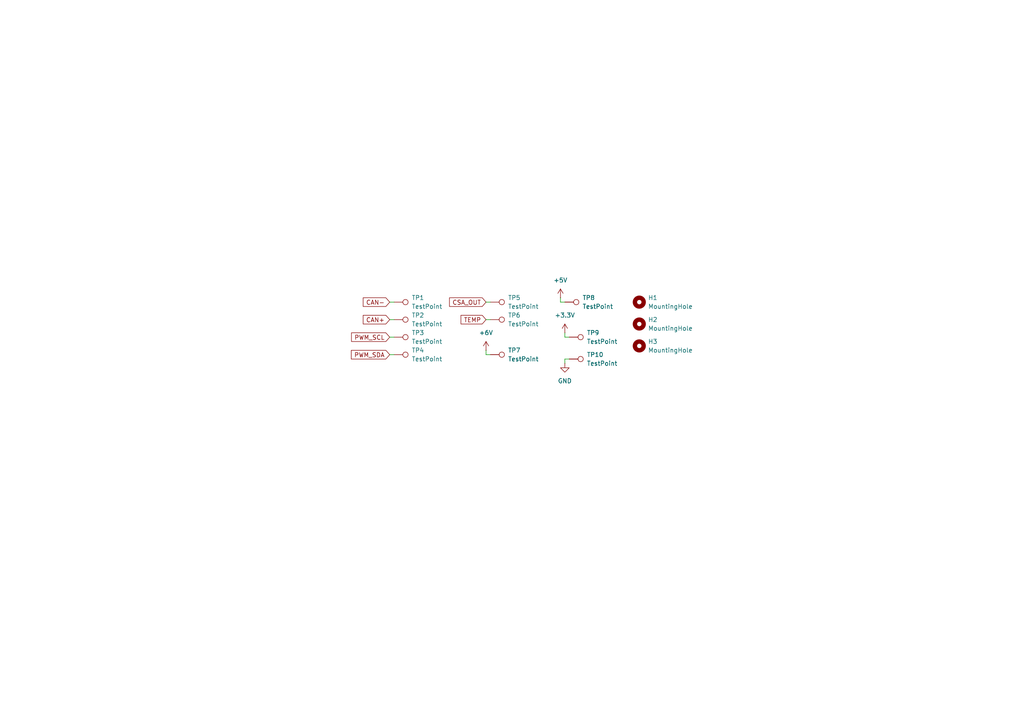
<source format=kicad_sch>
(kicad_sch
	(version 20231120)
	(generator "eeschema")
	(generator_version "8.0")
	(uuid "a8701e82-d9f0-4daf-bcfa-1a1788b36b01")
	(paper "A4")
	(lib_symbols
		(symbol "Connector:TestPoint"
			(pin_numbers hide)
			(pin_names
				(offset 0.762) hide)
			(exclude_from_sim no)
			(in_bom yes)
			(on_board yes)
			(property "Reference" "TP"
				(at 0 6.858 0)
				(effects
					(font
						(size 1.27 1.27)
					)
				)
			)
			(property "Value" "TestPoint"
				(at 0 5.08 0)
				(effects
					(font
						(size 1.27 1.27)
					)
				)
			)
			(property "Footprint" ""
				(at 5.08 0 0)
				(effects
					(font
						(size 1.27 1.27)
					)
					(hide yes)
				)
			)
			(property "Datasheet" "~"
				(at 5.08 0 0)
				(effects
					(font
						(size 1.27 1.27)
					)
					(hide yes)
				)
			)
			(property "Description" "test point"
				(at 0 0 0)
				(effects
					(font
						(size 1.27 1.27)
					)
					(hide yes)
				)
			)
			(property "ki_keywords" "test point tp"
				(at 0 0 0)
				(effects
					(font
						(size 1.27 1.27)
					)
					(hide yes)
				)
			)
			(property "ki_fp_filters" "Pin* Test*"
				(at 0 0 0)
				(effects
					(font
						(size 1.27 1.27)
					)
					(hide yes)
				)
			)
			(symbol "TestPoint_0_1"
				(circle
					(center 0 3.302)
					(radius 0.762)
					(stroke
						(width 0)
						(type default)
					)
					(fill
						(type none)
					)
				)
			)
			(symbol "TestPoint_1_1"
				(pin passive line
					(at 0 0 90)
					(length 2.54)
					(name "1"
						(effects
							(font
								(size 1.27 1.27)
							)
						)
					)
					(number "1"
						(effects
							(font
								(size 1.27 1.27)
							)
						)
					)
				)
			)
		)
		(symbol "Mechanical:MountingHole"
			(pin_names
				(offset 1.016)
			)
			(exclude_from_sim yes)
			(in_bom no)
			(on_board yes)
			(property "Reference" "H"
				(at 0 5.08 0)
				(effects
					(font
						(size 1.27 1.27)
					)
				)
			)
			(property "Value" "MountingHole"
				(at 0 3.175 0)
				(effects
					(font
						(size 1.27 1.27)
					)
				)
			)
			(property "Footprint" ""
				(at 0 0 0)
				(effects
					(font
						(size 1.27 1.27)
					)
					(hide yes)
				)
			)
			(property "Datasheet" "~"
				(at 0 0 0)
				(effects
					(font
						(size 1.27 1.27)
					)
					(hide yes)
				)
			)
			(property "Description" "Mounting Hole without connection"
				(at 0 0 0)
				(effects
					(font
						(size 1.27 1.27)
					)
					(hide yes)
				)
			)
			(property "ki_keywords" "mounting hole"
				(at 0 0 0)
				(effects
					(font
						(size 1.27 1.27)
					)
					(hide yes)
				)
			)
			(property "ki_fp_filters" "MountingHole*"
				(at 0 0 0)
				(effects
					(font
						(size 1.27 1.27)
					)
					(hide yes)
				)
			)
			(symbol "MountingHole_0_1"
				(circle
					(center 0 0)
					(radius 1.27)
					(stroke
						(width 1.27)
						(type default)
					)
					(fill
						(type none)
					)
				)
			)
		)
		(symbol "power:+3.3V"
			(power)
			(pin_numbers hide)
			(pin_names
				(offset 0) hide)
			(exclude_from_sim no)
			(in_bom yes)
			(on_board yes)
			(property "Reference" "#PWR"
				(at 0 -3.81 0)
				(effects
					(font
						(size 1.27 1.27)
					)
					(hide yes)
				)
			)
			(property "Value" "+3.3V"
				(at 0 3.556 0)
				(effects
					(font
						(size 1.27 1.27)
					)
				)
			)
			(property "Footprint" ""
				(at 0 0 0)
				(effects
					(font
						(size 1.27 1.27)
					)
					(hide yes)
				)
			)
			(property "Datasheet" ""
				(at 0 0 0)
				(effects
					(font
						(size 1.27 1.27)
					)
					(hide yes)
				)
			)
			(property "Description" "Power symbol creates a global label with name \"+3.3V\""
				(at 0 0 0)
				(effects
					(font
						(size 1.27 1.27)
					)
					(hide yes)
				)
			)
			(property "ki_keywords" "global power"
				(at 0 0 0)
				(effects
					(font
						(size 1.27 1.27)
					)
					(hide yes)
				)
			)
			(symbol "+3.3V_0_1"
				(polyline
					(pts
						(xy -0.762 1.27) (xy 0 2.54)
					)
					(stroke
						(width 0)
						(type default)
					)
					(fill
						(type none)
					)
				)
				(polyline
					(pts
						(xy 0 0) (xy 0 2.54)
					)
					(stroke
						(width 0)
						(type default)
					)
					(fill
						(type none)
					)
				)
				(polyline
					(pts
						(xy 0 2.54) (xy 0.762 1.27)
					)
					(stroke
						(width 0)
						(type default)
					)
					(fill
						(type none)
					)
				)
			)
			(symbol "+3.3V_1_1"
				(pin power_in line
					(at 0 0 90)
					(length 0)
					(name "~"
						(effects
							(font
								(size 1.27 1.27)
							)
						)
					)
					(number "1"
						(effects
							(font
								(size 1.27 1.27)
							)
						)
					)
				)
			)
		)
		(symbol "power:+5V"
			(power)
			(pin_numbers hide)
			(pin_names
				(offset 0) hide)
			(exclude_from_sim no)
			(in_bom yes)
			(on_board yes)
			(property "Reference" "#PWR"
				(at 0 -3.81 0)
				(effects
					(font
						(size 1.27 1.27)
					)
					(hide yes)
				)
			)
			(property "Value" "+5V"
				(at 0 3.556 0)
				(effects
					(font
						(size 1.27 1.27)
					)
				)
			)
			(property "Footprint" ""
				(at 0 0 0)
				(effects
					(font
						(size 1.27 1.27)
					)
					(hide yes)
				)
			)
			(property "Datasheet" ""
				(at 0 0 0)
				(effects
					(font
						(size 1.27 1.27)
					)
					(hide yes)
				)
			)
			(property "Description" "Power symbol creates a global label with name \"+5V\""
				(at 0 0 0)
				(effects
					(font
						(size 1.27 1.27)
					)
					(hide yes)
				)
			)
			(property "ki_keywords" "global power"
				(at 0 0 0)
				(effects
					(font
						(size 1.27 1.27)
					)
					(hide yes)
				)
			)
			(symbol "+5V_0_1"
				(polyline
					(pts
						(xy -0.762 1.27) (xy 0 2.54)
					)
					(stroke
						(width 0)
						(type default)
					)
					(fill
						(type none)
					)
				)
				(polyline
					(pts
						(xy 0 0) (xy 0 2.54)
					)
					(stroke
						(width 0)
						(type default)
					)
					(fill
						(type none)
					)
				)
				(polyline
					(pts
						(xy 0 2.54) (xy 0.762 1.27)
					)
					(stroke
						(width 0)
						(type default)
					)
					(fill
						(type none)
					)
				)
			)
			(symbol "+5V_1_1"
				(pin power_in line
					(at 0 0 90)
					(length 0)
					(name "~"
						(effects
							(font
								(size 1.27 1.27)
							)
						)
					)
					(number "1"
						(effects
							(font
								(size 1.27 1.27)
							)
						)
					)
				)
			)
		)
		(symbol "power:+6V"
			(power)
			(pin_numbers hide)
			(pin_names
				(offset 0) hide)
			(exclude_from_sim no)
			(in_bom yes)
			(on_board yes)
			(property "Reference" "#PWR"
				(at 0 -3.81 0)
				(effects
					(font
						(size 1.27 1.27)
					)
					(hide yes)
				)
			)
			(property "Value" "+6V"
				(at 0 3.556 0)
				(effects
					(font
						(size 1.27 1.27)
					)
				)
			)
			(property "Footprint" ""
				(at 0 0 0)
				(effects
					(font
						(size 1.27 1.27)
					)
					(hide yes)
				)
			)
			(property "Datasheet" ""
				(at 0 0 0)
				(effects
					(font
						(size 1.27 1.27)
					)
					(hide yes)
				)
			)
			(property "Description" "Power symbol creates a global label with name \"+6V\""
				(at 0 0 0)
				(effects
					(font
						(size 1.27 1.27)
					)
					(hide yes)
				)
			)
			(property "ki_keywords" "global power"
				(at 0 0 0)
				(effects
					(font
						(size 1.27 1.27)
					)
					(hide yes)
				)
			)
			(symbol "+6V_0_1"
				(polyline
					(pts
						(xy -0.762 1.27) (xy 0 2.54)
					)
					(stroke
						(width 0)
						(type default)
					)
					(fill
						(type none)
					)
				)
				(polyline
					(pts
						(xy 0 0) (xy 0 2.54)
					)
					(stroke
						(width 0)
						(type default)
					)
					(fill
						(type none)
					)
				)
				(polyline
					(pts
						(xy 0 2.54) (xy 0.762 1.27)
					)
					(stroke
						(width 0)
						(type default)
					)
					(fill
						(type none)
					)
				)
			)
			(symbol "+6V_1_1"
				(pin power_in line
					(at 0 0 90)
					(length 0)
					(name "~"
						(effects
							(font
								(size 1.27 1.27)
							)
						)
					)
					(number "1"
						(effects
							(font
								(size 1.27 1.27)
							)
						)
					)
				)
			)
		)
		(symbol "power:GND"
			(power)
			(pin_numbers hide)
			(pin_names
				(offset 0) hide)
			(exclude_from_sim no)
			(in_bom yes)
			(on_board yes)
			(property "Reference" "#PWR"
				(at 0 -6.35 0)
				(effects
					(font
						(size 1.27 1.27)
					)
					(hide yes)
				)
			)
			(property "Value" "GND"
				(at 0 -3.81 0)
				(effects
					(font
						(size 1.27 1.27)
					)
				)
			)
			(property "Footprint" ""
				(at 0 0 0)
				(effects
					(font
						(size 1.27 1.27)
					)
					(hide yes)
				)
			)
			(property "Datasheet" ""
				(at 0 0 0)
				(effects
					(font
						(size 1.27 1.27)
					)
					(hide yes)
				)
			)
			(property "Description" "Power symbol creates a global label with name \"GND\" , ground"
				(at 0 0 0)
				(effects
					(font
						(size 1.27 1.27)
					)
					(hide yes)
				)
			)
			(property "ki_keywords" "global power"
				(at 0 0 0)
				(effects
					(font
						(size 1.27 1.27)
					)
					(hide yes)
				)
			)
			(symbol "GND_0_1"
				(polyline
					(pts
						(xy 0 0) (xy 0 -1.27) (xy 1.27 -1.27) (xy 0 -2.54) (xy -1.27 -1.27) (xy 0 -1.27)
					)
					(stroke
						(width 0)
						(type default)
					)
					(fill
						(type none)
					)
				)
			)
			(symbol "GND_1_1"
				(pin power_in line
					(at 0 0 270)
					(length 0)
					(name "~"
						(effects
							(font
								(size 1.27 1.27)
							)
						)
					)
					(number "1"
						(effects
							(font
								(size 1.27 1.27)
							)
						)
					)
				)
			)
		)
	)
	(wire
		(pts
			(xy 163.83 97.79) (xy 165.1 97.79)
		)
		(stroke
			(width 0)
			(type default)
		)
		(uuid "091dd04c-60ab-4859-9f02-16945fc1305f")
	)
	(wire
		(pts
			(xy 163.83 104.14) (xy 163.83 105.41)
		)
		(stroke
			(width 0)
			(type default)
		)
		(uuid "1089bf51-ab61-472e-a93d-08cf8dd5982f")
	)
	(wire
		(pts
			(xy 140.97 102.87) (xy 140.97 101.6)
		)
		(stroke
			(width 0)
			(type default)
		)
		(uuid "1902e130-56d7-4934-8842-74398076aba8")
	)
	(wire
		(pts
			(xy 162.56 87.63) (xy 163.83 87.63)
		)
		(stroke
			(width 0)
			(type default)
		)
		(uuid "191b700a-4d31-4c7a-b310-8e2d178bb0a1")
	)
	(wire
		(pts
			(xy 142.24 102.87) (xy 140.97 102.87)
		)
		(stroke
			(width 0)
			(type default)
		)
		(uuid "238b6638-5a8c-48e9-8266-5c5e3c38026d")
	)
	(wire
		(pts
			(xy 113.03 87.63) (xy 114.3 87.63)
		)
		(stroke
			(width 0)
			(type default)
		)
		(uuid "3e234c7c-e13a-4560-a436-3f81c9382353")
	)
	(wire
		(pts
			(xy 140.97 92.71) (xy 142.24 92.71)
		)
		(stroke
			(width 0)
			(type default)
		)
		(uuid "46656d80-6025-4359-9086-8801eb635fc3")
	)
	(wire
		(pts
			(xy 163.83 104.14) (xy 165.1 104.14)
		)
		(stroke
			(width 0)
			(type default)
		)
		(uuid "6aae9d9f-e788-4c6e-a46f-4a910b029103")
	)
	(wire
		(pts
			(xy 140.97 87.63) (xy 142.24 87.63)
		)
		(stroke
			(width 0)
			(type default)
		)
		(uuid "70168d65-7682-4ccf-aacc-89451f2d92ad")
	)
	(wire
		(pts
			(xy 113.03 97.79) (xy 114.3 97.79)
		)
		(stroke
			(width 0)
			(type default)
		)
		(uuid "845c2f1e-2a67-495a-8c89-296db109e48a")
	)
	(wire
		(pts
			(xy 113.03 92.71) (xy 114.3 92.71)
		)
		(stroke
			(width 0)
			(type default)
		)
		(uuid "a34c324f-0a74-42d6-b1a6-4f5d4127d926")
	)
	(wire
		(pts
			(xy 162.56 86.36) (xy 162.56 87.63)
		)
		(stroke
			(width 0)
			(type default)
		)
		(uuid "da00e078-af86-4e31-8283-165cb1fb0b33")
	)
	(wire
		(pts
			(xy 163.83 96.52) (xy 163.83 97.79)
		)
		(stroke
			(width 0)
			(type default)
		)
		(uuid "f795785f-616b-4a98-a8df-08f8f086ead7")
	)
	(wire
		(pts
			(xy 113.03 102.87) (xy 114.3 102.87)
		)
		(stroke
			(width 0)
			(type default)
		)
		(uuid "f9ffd986-d514-4db6-891c-2c7418a0ee85")
	)
	(global_label "TEMP"
		(shape input)
		(at 140.97 92.71 180)
		(fields_autoplaced yes)
		(effects
			(font
				(size 1.27 1.27)
			)
			(justify right)
		)
		(uuid "004adaac-be7c-4b7d-9866-c81cc61dfbd7")
		(property "Intersheetrefs" "${INTERSHEET_REFS}"
			(at 133.1468 92.71 0)
			(effects
				(font
					(size 1.27 1.27)
				)
				(justify right)
				(hide yes)
			)
		)
	)
	(global_label "CAN+"
		(shape input)
		(at 113.03 92.71 180)
		(fields_autoplaced yes)
		(effects
			(font
				(size 1.27 1.27)
			)
			(justify right)
		)
		(uuid "597061a5-abdf-4a80-92f6-0dac66c9d7ec")
		(property "Intersheetrefs" "${INTERSHEET_REFS}"
			(at 104.7833 92.71 0)
			(effects
				(font
					(size 1.27 1.27)
				)
				(justify right)
				(hide yes)
			)
		)
	)
	(global_label "CAN-"
		(shape input)
		(at 113.03 87.63 180)
		(fields_autoplaced yes)
		(effects
			(font
				(size 1.27 1.27)
			)
			(justify right)
		)
		(uuid "6865b271-3111-460b-a47f-75f22028f245")
		(property "Intersheetrefs" "${INTERSHEET_REFS}"
			(at 104.7833 87.63 0)
			(effects
				(font
					(size 1.27 1.27)
				)
				(justify right)
				(hide yes)
			)
		)
	)
	(global_label "CSA_OUT"
		(shape input)
		(at 140.97 87.63 180)
		(fields_autoplaced yes)
		(effects
			(font
				(size 1.27 1.27)
			)
			(justify right)
		)
		(uuid "7b016500-46e8-47c7-92bd-35eed5701435")
		(property "Intersheetrefs" "${INTERSHEET_REFS}"
			(at 129.8205 87.63 0)
			(effects
				(font
					(size 1.27 1.27)
				)
				(justify right)
				(hide yes)
			)
		)
	)
	(global_label "PWM_SCL"
		(shape input)
		(at 113.03 97.79 180)
		(fields_autoplaced yes)
		(effects
			(font
				(size 1.27 1.27)
			)
			(justify right)
		)
		(uuid "cc3cfe5c-1288-450e-af89-922993c74e35")
		(property "Intersheetrefs" "${INTERSHEET_REFS}"
			(at 101.3968 97.79 0)
			(effects
				(font
					(size 1.27 1.27)
				)
				(justify right)
				(hide yes)
			)
		)
	)
	(global_label "PWM_SDA"
		(shape input)
		(at 113.03 102.87 180)
		(fields_autoplaced yes)
		(effects
			(font
				(size 1.27 1.27)
			)
			(justify right)
		)
		(uuid "fa5ed6f8-ba0e-41ee-a734-9d6d79a5b701")
		(property "Intersheetrefs" "${INTERSHEET_REFS}"
			(at 101.3363 102.87 0)
			(effects
				(font
					(size 1.27 1.27)
				)
				(justify right)
				(hide yes)
			)
		)
	)
	(symbol
		(lib_id "Mechanical:MountingHole")
		(at 185.42 93.98 0)
		(unit 1)
		(exclude_from_sim yes)
		(in_bom no)
		(on_board yes)
		(dnp no)
		(fields_autoplaced yes)
		(uuid "478fede6-773e-44db-93e6-fd9e02221d89")
		(property "Reference" "H2"
			(at 187.96 92.7099 0)
			(effects
				(font
					(size 1.27 1.27)
				)
				(justify left)
			)
		)
		(property "Value" "MountingHole"
			(at 187.96 95.2499 0)
			(effects
				(font
					(size 1.27 1.27)
				)
				(justify left)
			)
		)
		(property "Footprint" "MountingHole:MountingHole_2.7mm_M2.5"
			(at 185.42 93.98 0)
			(effects
				(font
					(size 1.27 1.27)
				)
				(hide yes)
			)
		)
		(property "Datasheet" "~"
			(at 185.42 93.98 0)
			(effects
				(font
					(size 1.27 1.27)
				)
				(hide yes)
			)
		)
		(property "Description" "Mounting Hole without connection"
			(at 185.42 93.98 0)
			(effects
				(font
					(size 1.27 1.27)
				)
				(hide yes)
			)
		)
		(instances
			(project "V1.03"
				(path "/e8380e09-dbfb-452d-aae9-f4ebc3c118cf/247d9d0a-07f9-4015-bbd1-0ac4e9a70cc5"
					(reference "H2")
					(unit 1)
				)
			)
		)
	)
	(symbol
		(lib_id "Connector:TestPoint")
		(at 163.83 87.63 270)
		(unit 1)
		(exclude_from_sim no)
		(in_bom yes)
		(on_board yes)
		(dnp no)
		(fields_autoplaced yes)
		(uuid "49cac4ee-9e86-4439-972c-4db5f85d27e0")
		(property "Reference" "TP8"
			(at 168.91 86.3599 90)
			(effects
				(font
					(size 1.27 1.27)
				)
				(justify left)
			)
		)
		(property "Value" "TestPoint"
			(at 168.91 88.8999 90)
			(effects
				(font
					(size 1.27 1.27)
				)
				(justify left)
			)
		)
		(property "Footprint" "TestPoint:TestPoint_Pad_D1.0mm"
			(at 163.83 92.71 0)
			(effects
				(font
					(size 1.27 1.27)
				)
				(hide yes)
			)
		)
		(property "Datasheet" "~"
			(at 163.83 92.71 0)
			(effects
				(font
					(size 1.27 1.27)
				)
				(hide yes)
			)
		)
		(property "Description" "test point"
			(at 163.83 87.63 0)
			(effects
				(font
					(size 1.27 1.27)
				)
				(hide yes)
			)
		)
		(pin "1"
			(uuid "08acd8d9-b12f-42a3-9545-36ea92fe9d89")
		)
		(instances
			(project "V1.03"
				(path "/e8380e09-dbfb-452d-aae9-f4ebc3c118cf/247d9d0a-07f9-4015-bbd1-0ac4e9a70cc5"
					(reference "TP8")
					(unit 1)
				)
			)
		)
	)
	(symbol
		(lib_id "Connector:TestPoint")
		(at 165.1 97.79 270)
		(unit 1)
		(exclude_from_sim no)
		(in_bom yes)
		(on_board yes)
		(dnp no)
		(fields_autoplaced yes)
		(uuid "4b650be0-4ddc-4f64-ba80-9ae654413cd6")
		(property "Reference" "TP9"
			(at 170.18 96.5199 90)
			(effects
				(font
					(size 1.27 1.27)
				)
				(justify left)
			)
		)
		(property "Value" "TestPoint"
			(at 170.18 99.0599 90)
			(effects
				(font
					(size 1.27 1.27)
				)
				(justify left)
			)
		)
		(property "Footprint" "TestPoint:TestPoint_Pad_D1.0mm"
			(at 165.1 102.87 0)
			(effects
				(font
					(size 1.27 1.27)
				)
				(hide yes)
			)
		)
		(property "Datasheet" "~"
			(at 165.1 102.87 0)
			(effects
				(font
					(size 1.27 1.27)
				)
				(hide yes)
			)
		)
		(property "Description" "test point"
			(at 165.1 97.79 0)
			(effects
				(font
					(size 1.27 1.27)
				)
				(hide yes)
			)
		)
		(pin "1"
			(uuid "5bc8b021-747e-49ee-9b91-7477a19cab09")
		)
		(instances
			(project "V1.03"
				(path "/e8380e09-dbfb-452d-aae9-f4ebc3c118cf/247d9d0a-07f9-4015-bbd1-0ac4e9a70cc5"
					(reference "TP9")
					(unit 1)
				)
			)
		)
	)
	(symbol
		(lib_id "Mechanical:MountingHole")
		(at 185.42 87.63 0)
		(unit 1)
		(exclude_from_sim yes)
		(in_bom no)
		(on_board yes)
		(dnp no)
		(fields_autoplaced yes)
		(uuid "6663fbbe-158e-4d63-92fa-e4cb7a67ff3e")
		(property "Reference" "H1"
			(at 187.96 86.3599 0)
			(effects
				(font
					(size 1.27 1.27)
				)
				(justify left)
			)
		)
		(property "Value" "MountingHole"
			(at 187.96 88.8999 0)
			(effects
				(font
					(size 1.27 1.27)
				)
				(justify left)
			)
		)
		(property "Footprint" "MountingHole:MountingHole_2.7mm_M2.5"
			(at 185.42 87.63 0)
			(effects
				(font
					(size 1.27 1.27)
				)
				(hide yes)
			)
		)
		(property "Datasheet" "~"
			(at 185.42 87.63 0)
			(effects
				(font
					(size 1.27 1.27)
				)
				(hide yes)
			)
		)
		(property "Description" "Mounting Hole without connection"
			(at 185.42 87.63 0)
			(effects
				(font
					(size 1.27 1.27)
				)
				(hide yes)
			)
		)
		(instances
			(project ""
				(path "/e8380e09-dbfb-452d-aae9-f4ebc3c118cf/247d9d0a-07f9-4015-bbd1-0ac4e9a70cc5"
					(reference "H1")
					(unit 1)
				)
			)
		)
	)
	(symbol
		(lib_id "Connector:TestPoint")
		(at 142.24 92.71 270)
		(unit 1)
		(exclude_from_sim no)
		(in_bom yes)
		(on_board yes)
		(dnp no)
		(fields_autoplaced yes)
		(uuid "74fcf081-2470-4e47-aad0-81d233a52e21")
		(property "Reference" "TP6"
			(at 147.32 91.4399 90)
			(effects
				(font
					(size 1.27 1.27)
				)
				(justify left)
			)
		)
		(property "Value" "TestPoint"
			(at 147.32 93.9799 90)
			(effects
				(font
					(size 1.27 1.27)
				)
				(justify left)
			)
		)
		(property "Footprint" "TestPoint:TestPoint_Pad_D1.0mm"
			(at 142.24 97.79 0)
			(effects
				(font
					(size 1.27 1.27)
				)
				(hide yes)
			)
		)
		(property "Datasheet" "~"
			(at 142.24 97.79 0)
			(effects
				(font
					(size 1.27 1.27)
				)
				(hide yes)
			)
		)
		(property "Description" "test point"
			(at 142.24 92.71 0)
			(effects
				(font
					(size 1.27 1.27)
				)
				(hide yes)
			)
		)
		(pin "1"
			(uuid "f6866749-61db-4915-8b19-24f402f9e0ca")
		)
		(instances
			(project "V1.03"
				(path "/e8380e09-dbfb-452d-aae9-f4ebc3c118cf/247d9d0a-07f9-4015-bbd1-0ac4e9a70cc5"
					(reference "TP6")
					(unit 1)
				)
			)
		)
	)
	(symbol
		(lib_id "Connector:TestPoint")
		(at 114.3 97.79 270)
		(unit 1)
		(exclude_from_sim no)
		(in_bom yes)
		(on_board yes)
		(dnp no)
		(fields_autoplaced yes)
		(uuid "751fee85-c6f3-4546-a671-da94c5b89ed6")
		(property "Reference" "TP3"
			(at 119.38 96.5199 90)
			(effects
				(font
					(size 1.27 1.27)
				)
				(justify left)
			)
		)
		(property "Value" "TestPoint"
			(at 119.38 99.0599 90)
			(effects
				(font
					(size 1.27 1.27)
				)
				(justify left)
			)
		)
		(property "Footprint" "TestPoint:TestPoint_Pad_D1.0mm"
			(at 114.3 102.87 0)
			(effects
				(font
					(size 1.27 1.27)
				)
				(hide yes)
			)
		)
		(property "Datasheet" "~"
			(at 114.3 102.87 0)
			(effects
				(font
					(size 1.27 1.27)
				)
				(hide yes)
			)
		)
		(property "Description" "test point"
			(at 114.3 97.79 0)
			(effects
				(font
					(size 1.27 1.27)
				)
				(hide yes)
			)
		)
		(pin "1"
			(uuid "c3bf86e0-7a38-4d68-8224-8146f2b00d13")
		)
		(instances
			(project "V1.03"
				(path "/e8380e09-dbfb-452d-aae9-f4ebc3c118cf/247d9d0a-07f9-4015-bbd1-0ac4e9a70cc5"
					(reference "TP3")
					(unit 1)
				)
			)
		)
	)
	(symbol
		(lib_id "power:+6V")
		(at 140.97 101.6 0)
		(unit 1)
		(exclude_from_sim no)
		(in_bom yes)
		(on_board yes)
		(dnp no)
		(fields_autoplaced yes)
		(uuid "75508e14-4fae-4f6a-b58b-d5584dac69f5")
		(property "Reference" "#PWR084"
			(at 140.97 105.41 0)
			(effects
				(font
					(size 1.27 1.27)
				)
				(hide yes)
			)
		)
		(property "Value" "+6V"
			(at 140.97 96.52 0)
			(effects
				(font
					(size 1.27 1.27)
				)
			)
		)
		(property "Footprint" ""
			(at 140.97 101.6 0)
			(effects
				(font
					(size 1.27 1.27)
				)
				(hide yes)
			)
		)
		(property "Datasheet" ""
			(at 140.97 101.6 0)
			(effects
				(font
					(size 1.27 1.27)
				)
				(hide yes)
			)
		)
		(property "Description" "Power symbol creates a global label with name \"+6V\""
			(at 140.97 101.6 0)
			(effects
				(font
					(size 1.27 1.27)
				)
				(hide yes)
			)
		)
		(pin "1"
			(uuid "23b8fc38-d6bc-42a1-a72f-55615fd6e807")
		)
		(instances
			(project "V1.03"
				(path "/e8380e09-dbfb-452d-aae9-f4ebc3c118cf/247d9d0a-07f9-4015-bbd1-0ac4e9a70cc5"
					(reference "#PWR084")
					(unit 1)
				)
			)
		)
	)
	(symbol
		(lib_id "Mechanical:MountingHole")
		(at 185.42 100.33 0)
		(unit 1)
		(exclude_from_sim yes)
		(in_bom no)
		(on_board yes)
		(dnp no)
		(fields_autoplaced yes)
		(uuid "868dafb0-d4a8-4ff0-a611-5c84c9882e3e")
		(property "Reference" "H3"
			(at 187.96 99.0599 0)
			(effects
				(font
					(size 1.27 1.27)
				)
				(justify left)
			)
		)
		(property "Value" "MountingHole"
			(at 187.96 101.5999 0)
			(effects
				(font
					(size 1.27 1.27)
				)
				(justify left)
			)
		)
		(property "Footprint" "MountingHole:MountingHole_2.7mm_M2.5"
			(at 185.42 100.33 0)
			(effects
				(font
					(size 1.27 1.27)
				)
				(hide yes)
			)
		)
		(property "Datasheet" "~"
			(at 185.42 100.33 0)
			(effects
				(font
					(size 1.27 1.27)
				)
				(hide yes)
			)
		)
		(property "Description" "Mounting Hole without connection"
			(at 185.42 100.33 0)
			(effects
				(font
					(size 1.27 1.27)
				)
				(hide yes)
			)
		)
		(instances
			(project "V1.03"
				(path "/e8380e09-dbfb-452d-aae9-f4ebc3c118cf/247d9d0a-07f9-4015-bbd1-0ac4e9a70cc5"
					(reference "H3")
					(unit 1)
				)
			)
		)
	)
	(symbol
		(lib_id "Connector:TestPoint")
		(at 114.3 102.87 270)
		(unit 1)
		(exclude_from_sim no)
		(in_bom yes)
		(on_board yes)
		(dnp no)
		(fields_autoplaced yes)
		(uuid "88209287-d1e5-4b1b-8a00-05012c7d00fb")
		(property "Reference" "TP4"
			(at 119.38 101.5999 90)
			(effects
				(font
					(size 1.27 1.27)
				)
				(justify left)
			)
		)
		(property "Value" "TestPoint"
			(at 119.38 104.1399 90)
			(effects
				(font
					(size 1.27 1.27)
				)
				(justify left)
			)
		)
		(property "Footprint" "TestPoint:TestPoint_Pad_D1.0mm"
			(at 114.3 107.95 0)
			(effects
				(font
					(size 1.27 1.27)
				)
				(hide yes)
			)
		)
		(property "Datasheet" "~"
			(at 114.3 107.95 0)
			(effects
				(font
					(size 1.27 1.27)
				)
				(hide yes)
			)
		)
		(property "Description" "test point"
			(at 114.3 102.87 0)
			(effects
				(font
					(size 1.27 1.27)
				)
				(hide yes)
			)
		)
		(pin "1"
			(uuid "a436e784-1c07-496b-b0da-e4bd400f90c7")
		)
		(instances
			(project "V1.03"
				(path "/e8380e09-dbfb-452d-aae9-f4ebc3c118cf/247d9d0a-07f9-4015-bbd1-0ac4e9a70cc5"
					(reference "TP4")
					(unit 1)
				)
			)
		)
	)
	(symbol
		(lib_id "Connector:TestPoint")
		(at 114.3 87.63 270)
		(unit 1)
		(exclude_from_sim no)
		(in_bom yes)
		(on_board yes)
		(dnp no)
		(fields_autoplaced yes)
		(uuid "b2ac5108-09e6-4fa4-bad5-1a7baab7c4c5")
		(property "Reference" "TP1"
			(at 119.38 86.3599 90)
			(effects
				(font
					(size 1.27 1.27)
				)
				(justify left)
			)
		)
		(property "Value" "TestPoint"
			(at 119.38 88.8999 90)
			(effects
				(font
					(size 1.27 1.27)
				)
				(justify left)
			)
		)
		(property "Footprint" "TestPoint:TestPoint_Pad_D1.0mm"
			(at 114.3 92.71 0)
			(effects
				(font
					(size 1.27 1.27)
				)
				(hide yes)
			)
		)
		(property "Datasheet" "~"
			(at 114.3 92.71 0)
			(effects
				(font
					(size 1.27 1.27)
				)
				(hide yes)
			)
		)
		(property "Description" "test point"
			(at 114.3 87.63 0)
			(effects
				(font
					(size 1.27 1.27)
				)
				(hide yes)
			)
		)
		(pin "1"
			(uuid "c2ae9ea9-855d-4476-baaa-0f76f25db0c0")
		)
		(instances
			(project ""
				(path "/e8380e09-dbfb-452d-aae9-f4ebc3c118cf/247d9d0a-07f9-4015-bbd1-0ac4e9a70cc5"
					(reference "TP1")
					(unit 1)
				)
			)
		)
	)
	(symbol
		(lib_id "Connector:TestPoint")
		(at 114.3 92.71 270)
		(unit 1)
		(exclude_from_sim no)
		(in_bom yes)
		(on_board yes)
		(dnp no)
		(fields_autoplaced yes)
		(uuid "bd00c31a-a664-4e5d-93bd-4fec74c3cf27")
		(property "Reference" "TP2"
			(at 119.38 91.4399 90)
			(effects
				(font
					(size 1.27 1.27)
				)
				(justify left)
			)
		)
		(property "Value" "TestPoint"
			(at 119.38 93.9799 90)
			(effects
				(font
					(size 1.27 1.27)
				)
				(justify left)
			)
		)
		(property "Footprint" "TestPoint:TestPoint_Pad_D1.0mm"
			(at 114.3 97.79 0)
			(effects
				(font
					(size 1.27 1.27)
				)
				(hide yes)
			)
		)
		(property "Datasheet" "~"
			(at 114.3 97.79 0)
			(effects
				(font
					(size 1.27 1.27)
				)
				(hide yes)
			)
		)
		(property "Description" "test point"
			(at 114.3 92.71 0)
			(effects
				(font
					(size 1.27 1.27)
				)
				(hide yes)
			)
		)
		(pin "1"
			(uuid "cefbb841-7dad-4080-9cfc-5b42268830f4")
		)
		(instances
			(project "V1.03"
				(path "/e8380e09-dbfb-452d-aae9-f4ebc3c118cf/247d9d0a-07f9-4015-bbd1-0ac4e9a70cc5"
					(reference "TP2")
					(unit 1)
				)
			)
		)
	)
	(symbol
		(lib_id "Connector:TestPoint")
		(at 165.1 104.14 270)
		(unit 1)
		(exclude_from_sim no)
		(in_bom yes)
		(on_board yes)
		(dnp no)
		(fields_autoplaced yes)
		(uuid "c0191d75-04f6-4d52-abc4-e2a0b78a148f")
		(property "Reference" "TP10"
			(at 170.18 102.8699 90)
			(effects
				(font
					(size 1.27 1.27)
				)
				(justify left)
			)
		)
		(property "Value" "TestPoint"
			(at 170.18 105.4099 90)
			(effects
				(font
					(size 1.27 1.27)
				)
				(justify left)
			)
		)
		(property "Footprint" "TestPoint:TestPoint_Pad_D1.0mm"
			(at 165.1 109.22 0)
			(effects
				(font
					(size 1.27 1.27)
				)
				(hide yes)
			)
		)
		(property "Datasheet" "~"
			(at 165.1 109.22 0)
			(effects
				(font
					(size 1.27 1.27)
				)
				(hide yes)
			)
		)
		(property "Description" "test point"
			(at 165.1 104.14 0)
			(effects
				(font
					(size 1.27 1.27)
				)
				(hide yes)
			)
		)
		(pin "1"
			(uuid "2abb3306-7459-4d3d-86fc-b263dd3084a5")
		)
		(instances
			(project "V1.03"
				(path "/e8380e09-dbfb-452d-aae9-f4ebc3c118cf/247d9d0a-07f9-4015-bbd1-0ac4e9a70cc5"
					(reference "TP10")
					(unit 1)
				)
			)
		)
	)
	(symbol
		(lib_id "power:GND")
		(at 163.83 105.41 0)
		(unit 1)
		(exclude_from_sim no)
		(in_bom yes)
		(on_board yes)
		(dnp no)
		(fields_autoplaced yes)
		(uuid "c5f505b8-9a7f-4671-9369-e3c4ec0f8256")
		(property "Reference" "#PWR087"
			(at 163.83 111.76 0)
			(effects
				(font
					(size 1.27 1.27)
				)
				(hide yes)
			)
		)
		(property "Value" "GND"
			(at 163.83 110.49 0)
			(effects
				(font
					(size 1.27 1.27)
				)
			)
		)
		(property "Footprint" ""
			(at 163.83 105.41 0)
			(effects
				(font
					(size 1.27 1.27)
				)
				(hide yes)
			)
		)
		(property "Datasheet" ""
			(at 163.83 105.41 0)
			(effects
				(font
					(size 1.27 1.27)
				)
				(hide yes)
			)
		)
		(property "Description" "Power symbol creates a global label with name \"GND\" , ground"
			(at 163.83 105.41 0)
			(effects
				(font
					(size 1.27 1.27)
				)
				(hide yes)
			)
		)
		(pin "1"
			(uuid "38afd502-0254-4238-93b6-f4ab6c88e8ad")
		)
		(instances
			(project ""
				(path "/e8380e09-dbfb-452d-aae9-f4ebc3c118cf/247d9d0a-07f9-4015-bbd1-0ac4e9a70cc5"
					(reference "#PWR087")
					(unit 1)
				)
			)
		)
	)
	(symbol
		(lib_id "power:+5V")
		(at 162.56 86.36 0)
		(unit 1)
		(exclude_from_sim no)
		(in_bom yes)
		(on_board yes)
		(dnp no)
		(fields_autoplaced yes)
		(uuid "d1e9c75a-10d2-4bf9-bfec-52fbe467a7a7")
		(property "Reference" "#PWR085"
			(at 162.56 90.17 0)
			(effects
				(font
					(size 1.27 1.27)
				)
				(hide yes)
			)
		)
		(property "Value" "+5V"
			(at 162.56 81.28 0)
			(effects
				(font
					(size 1.27 1.27)
				)
			)
		)
		(property "Footprint" ""
			(at 162.56 86.36 0)
			(effects
				(font
					(size 1.27 1.27)
				)
				(hide yes)
			)
		)
		(property "Datasheet" ""
			(at 162.56 86.36 0)
			(effects
				(font
					(size 1.27 1.27)
				)
				(hide yes)
			)
		)
		(property "Description" "Power symbol creates a global label with name \"+5V\""
			(at 162.56 86.36 0)
			(effects
				(font
					(size 1.27 1.27)
				)
				(hide yes)
			)
		)
		(pin "1"
			(uuid "15bdaa71-904a-4c99-ac6a-9749bb56e59d")
		)
		(instances
			(project "V1.03"
				(path "/e8380e09-dbfb-452d-aae9-f4ebc3c118cf/247d9d0a-07f9-4015-bbd1-0ac4e9a70cc5"
					(reference "#PWR085")
					(unit 1)
				)
			)
		)
	)
	(symbol
		(lib_id "Connector:TestPoint")
		(at 142.24 87.63 270)
		(unit 1)
		(exclude_from_sim no)
		(in_bom yes)
		(on_board yes)
		(dnp no)
		(fields_autoplaced yes)
		(uuid "d8e6de9e-a9fc-4bfd-9ef2-7c47d59ff2d9")
		(property "Reference" "TP5"
			(at 147.32 86.3599 90)
			(effects
				(font
					(size 1.27 1.27)
				)
				(justify left)
			)
		)
		(property "Value" "TestPoint"
			(at 147.32 88.8999 90)
			(effects
				(font
					(size 1.27 1.27)
				)
				(justify left)
			)
		)
		(property "Footprint" "TestPoint:TestPoint_Pad_D1.0mm"
			(at 142.24 92.71 0)
			(effects
				(font
					(size 1.27 1.27)
				)
				(hide yes)
			)
		)
		(property "Datasheet" "~"
			(at 142.24 92.71 0)
			(effects
				(font
					(size 1.27 1.27)
				)
				(hide yes)
			)
		)
		(property "Description" "test point"
			(at 142.24 87.63 0)
			(effects
				(font
					(size 1.27 1.27)
				)
				(hide yes)
			)
		)
		(pin "1"
			(uuid "3832d71d-18a7-497a-97ed-82317555e9e7")
		)
		(instances
			(project "V1.03"
				(path "/e8380e09-dbfb-452d-aae9-f4ebc3c118cf/247d9d0a-07f9-4015-bbd1-0ac4e9a70cc5"
					(reference "TP5")
					(unit 1)
				)
			)
		)
	)
	(symbol
		(lib_id "Connector:TestPoint")
		(at 142.24 102.87 270)
		(unit 1)
		(exclude_from_sim no)
		(in_bom yes)
		(on_board yes)
		(dnp no)
		(fields_autoplaced yes)
		(uuid "dcf103ea-29c1-4310-8a2f-90dd11ad3d47")
		(property "Reference" "TP7"
			(at 147.32 101.5999 90)
			(effects
				(font
					(size 1.27 1.27)
				)
				(justify left)
			)
		)
		(property "Value" "TestPoint"
			(at 147.32 104.1399 90)
			(effects
				(font
					(size 1.27 1.27)
				)
				(justify left)
			)
		)
		(property "Footprint" "TestPoint:TestPoint_Pad_D1.0mm"
			(at 142.24 107.95 0)
			(effects
				(font
					(size 1.27 1.27)
				)
				(hide yes)
			)
		)
		(property "Datasheet" "~"
			(at 142.24 107.95 0)
			(effects
				(font
					(size 1.27 1.27)
				)
				(hide yes)
			)
		)
		(property "Description" "test point"
			(at 142.24 102.87 0)
			(effects
				(font
					(size 1.27 1.27)
				)
				(hide yes)
			)
		)
		(pin "1"
			(uuid "31de0f0b-fe6d-4d69-b9ad-1ed5da09873c")
		)
		(instances
			(project "V1.03"
				(path "/e8380e09-dbfb-452d-aae9-f4ebc3c118cf/247d9d0a-07f9-4015-bbd1-0ac4e9a70cc5"
					(reference "TP7")
					(unit 1)
				)
			)
		)
	)
	(symbol
		(lib_id "power:+3.3V")
		(at 163.83 96.52 0)
		(unit 1)
		(exclude_from_sim no)
		(in_bom yes)
		(on_board yes)
		(dnp no)
		(fields_autoplaced yes)
		(uuid "e4f2612c-c857-4d3e-a130-9bdbaae3b869")
		(property "Reference" "#PWR086"
			(at 163.83 100.33 0)
			(effects
				(font
					(size 1.27 1.27)
				)
				(hide yes)
			)
		)
		(property "Value" "+3.3V"
			(at 163.83 91.44 0)
			(effects
				(font
					(size 1.27 1.27)
				)
			)
		)
		(property "Footprint" ""
			(at 163.83 96.52 0)
			(effects
				(font
					(size 1.27 1.27)
				)
				(hide yes)
			)
		)
		(property "Datasheet" ""
			(at 163.83 96.52 0)
			(effects
				(font
					(size 1.27 1.27)
				)
				(hide yes)
			)
		)
		(property "Description" "Power symbol creates a global label with name \"+3.3V\""
			(at 163.83 96.52 0)
			(effects
				(font
					(size 1.27 1.27)
				)
				(hide yes)
			)
		)
		(pin "1"
			(uuid "07358a2f-88c1-4f53-a80a-2358dae8ca88")
		)
		(instances
			(project ""
				(path "/e8380e09-dbfb-452d-aae9-f4ebc3c118cf/247d9d0a-07f9-4015-bbd1-0ac4e9a70cc5"
					(reference "#PWR086")
					(unit 1)
				)
			)
		)
	)
)

</source>
